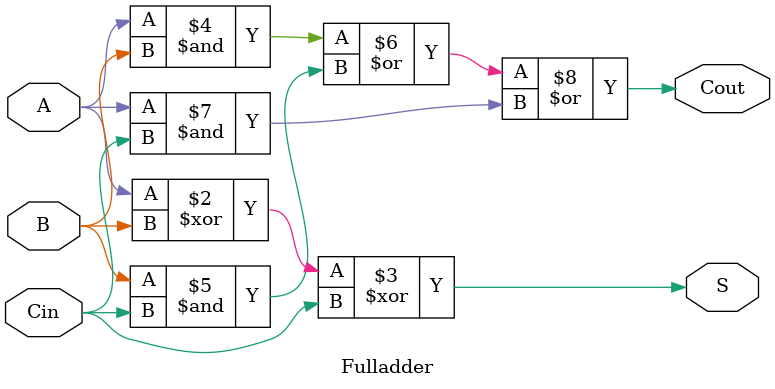
<source format=v>
`timescale 1ns / 1ps
module Fulladder(A,B,Cin,S,Cout);
	input A,B,Cin;
	output S,Cout;
	reg S,Cout;
always @(A,B,Cin)
	begin 
		S=A^B^Cin;
		Cout=(A&B)|(B&Cin)|(A&Cin);
	end
endmodule

</source>
